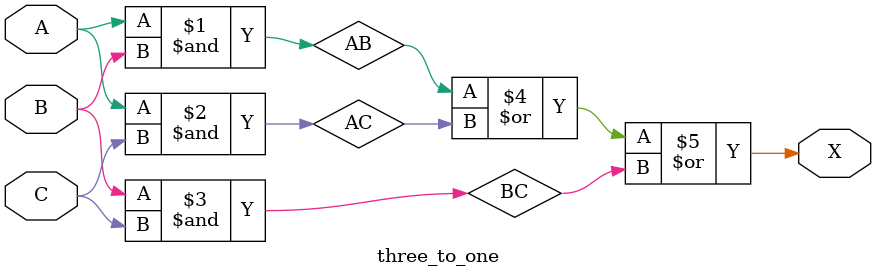
<source format=v>
module three_to_one (
    input  A,
    input  B,
    input  C,
    output X
);

    wire AB = A & B;
    wire AC = A & C;
    wire BC = B & C;

    assign X = AB | AC | BC;

endmodule
</source>
